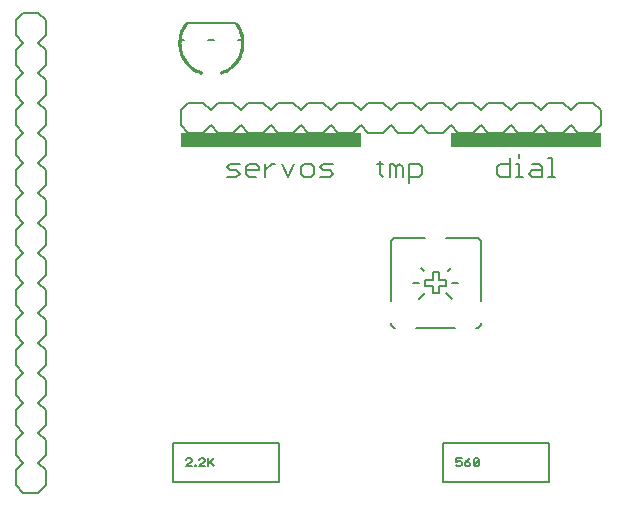
<source format=gto>
G75*
%MOIN*%
%OFA0B0*%
%FSLAX24Y24*%
%IPPOS*%
%LPD*%
%AMOC8*
5,1,8,0,0,1.08239X$1,22.5*
%
%ADD10C,0.0060*%
%ADD11R,0.6000X0.0500*%
%ADD12R,0.5000X0.0500*%
%ADD13C,0.0080*%
%ADD14C,0.0050*%
%ADD15C,0.0008*%
D10*
X013550Y007900D02*
X013550Y009850D01*
X013552Y009873D01*
X013557Y009896D01*
X013566Y009918D01*
X013579Y009938D01*
X013594Y009956D01*
X013612Y009971D01*
X013632Y009984D01*
X013654Y009993D01*
X013677Y009998D01*
X013700Y010000D01*
X014700Y010000D01*
X015400Y010000D02*
X016400Y010000D01*
X016423Y009998D01*
X016446Y009993D01*
X016468Y009984D01*
X016488Y009971D01*
X016506Y009956D01*
X016521Y009938D01*
X016534Y009918D01*
X016543Y009896D01*
X016548Y009873D01*
X016550Y009850D01*
X016550Y007900D01*
X015800Y008500D02*
X015600Y008500D01*
X015400Y008400D02*
X015150Y008400D01*
X015150Y008150D01*
X014950Y008150D01*
X014950Y008400D01*
X014700Y008400D01*
X014700Y008600D01*
X014950Y008600D01*
X014950Y008850D01*
X015150Y008850D01*
X015150Y008600D01*
X015400Y008600D01*
X015400Y008400D01*
X015400Y008150D02*
X015600Y007950D01*
X014700Y008150D02*
X014500Y007950D01*
X014500Y008500D02*
X014300Y008500D01*
X014650Y008900D02*
X014550Y009000D01*
X015450Y008900D02*
X015550Y009000D01*
X016550Y007150D02*
X016548Y007127D01*
X016543Y007104D01*
X016534Y007082D01*
X016521Y007062D01*
X016506Y007044D01*
X016488Y007029D01*
X016468Y007016D01*
X016446Y007007D01*
X016423Y007002D01*
X016400Y007000D01*
X015700Y007000D02*
X014400Y007000D01*
X013700Y007000D02*
X013677Y007002D01*
X013654Y007007D01*
X013632Y007016D01*
X013612Y007029D01*
X013594Y007044D01*
X013579Y007062D01*
X013566Y007082D01*
X013557Y007104D01*
X013552Y007127D01*
X013550Y007150D01*
X014154Y011816D02*
X014154Y012457D01*
X014475Y012457D01*
X014581Y012350D01*
X014581Y012137D01*
X014475Y012030D01*
X014154Y012030D01*
X013937Y012030D02*
X013937Y012350D01*
X013830Y012457D01*
X013723Y012350D01*
X013723Y012030D01*
X013510Y012030D02*
X013510Y012457D01*
X013616Y012457D01*
X013723Y012350D01*
X013294Y012457D02*
X013080Y012457D01*
X013187Y012564D02*
X013187Y012137D01*
X013294Y012030D01*
X011622Y012137D02*
X011516Y012244D01*
X011302Y012244D01*
X011195Y012350D01*
X011302Y012457D01*
X011622Y012457D01*
X011622Y012137D02*
X011516Y012030D01*
X011195Y012030D01*
X010978Y012137D02*
X010978Y012350D01*
X010871Y012457D01*
X010658Y012457D01*
X010551Y012350D01*
X010551Y012137D01*
X010658Y012030D01*
X010871Y012030D01*
X010978Y012137D01*
X010333Y012457D02*
X010120Y012030D01*
X009906Y012457D01*
X009689Y012457D02*
X009583Y012457D01*
X009369Y012244D01*
X009369Y012457D02*
X009369Y012030D01*
X009152Y012244D02*
X008725Y012244D01*
X008725Y012350D02*
X008725Y012137D01*
X008831Y012030D01*
X009045Y012030D01*
X009152Y012244D02*
X009152Y012350D01*
X009045Y012457D01*
X008831Y012457D01*
X008725Y012350D01*
X008507Y012457D02*
X008187Y012457D01*
X008080Y012350D01*
X008187Y012244D01*
X008400Y012244D01*
X008507Y012137D01*
X008400Y012030D01*
X008080Y012030D01*
X017080Y012137D02*
X017187Y012030D01*
X017507Y012030D01*
X017507Y012671D01*
X017507Y012457D02*
X017187Y012457D01*
X017080Y012350D01*
X017080Y012137D01*
X017725Y012030D02*
X017938Y012030D01*
X017831Y012030D02*
X017831Y012457D01*
X017725Y012457D01*
X017831Y012671D02*
X017831Y012777D01*
X018261Y012457D02*
X018475Y012457D01*
X018581Y012350D01*
X018581Y012030D01*
X018261Y012030D01*
X018154Y012137D01*
X018261Y012244D01*
X018581Y012244D01*
X018799Y012030D02*
X019012Y012030D01*
X018906Y012030D02*
X018906Y012671D01*
X018799Y012671D01*
D11*
X009550Y013250D03*
D12*
X018050Y013250D03*
D13*
X001300Y001500D02*
X001050Y001750D01*
X001050Y002250D01*
X001300Y002500D01*
X001050Y002750D01*
X001050Y003250D01*
X001300Y003500D01*
X001050Y003750D01*
X001050Y004250D01*
X001300Y004500D01*
X001050Y004750D01*
X001050Y005250D01*
X001300Y005500D01*
X001050Y005750D01*
X001050Y006250D01*
X001300Y006500D01*
X001050Y006750D01*
X001050Y007250D01*
X001300Y007500D01*
X001050Y007750D01*
X001050Y008250D01*
X001300Y008500D01*
X001050Y008750D01*
X001050Y009250D01*
X001300Y009500D01*
X001050Y009750D01*
X001050Y010250D01*
X001300Y010500D01*
X001050Y010750D01*
X001050Y011250D01*
X001300Y011500D01*
X001050Y011750D01*
X001050Y012250D01*
X001300Y012500D01*
X001050Y012750D01*
X001050Y013250D01*
X001300Y013500D01*
X001050Y013750D01*
X001050Y014250D01*
X001300Y014500D01*
X001050Y014750D01*
X001050Y015250D01*
X001300Y015500D01*
X001050Y015750D01*
X001050Y016250D01*
X001300Y016500D01*
X001050Y016750D01*
X001050Y017250D01*
X001300Y017500D01*
X001800Y017500D01*
X002050Y017250D01*
X002050Y016750D01*
X001800Y016500D01*
X002050Y016250D01*
X002050Y015750D01*
X001800Y015500D01*
X002050Y015250D01*
X002050Y014750D01*
X001800Y014500D01*
X002050Y014250D01*
X002050Y013750D01*
X001800Y013500D01*
X002050Y013250D01*
X002050Y012750D01*
X001800Y012500D01*
X002050Y012250D01*
X002050Y011750D01*
X001800Y011500D01*
X002050Y011250D01*
X002050Y010750D01*
X001800Y010500D01*
X002050Y010250D01*
X002050Y009750D01*
X001800Y009500D01*
X002050Y009250D01*
X002050Y008750D01*
X001800Y008500D01*
X002050Y008250D01*
X002050Y007750D01*
X001800Y007500D01*
X002050Y007250D01*
X002050Y006750D01*
X001800Y006500D01*
X002050Y006250D01*
X002050Y005750D01*
X001800Y005500D01*
X002050Y005250D01*
X002050Y004750D01*
X001800Y004500D01*
X002050Y004250D01*
X002050Y003750D01*
X001800Y003500D01*
X002050Y003250D01*
X002050Y002750D01*
X001800Y002500D01*
X002050Y002250D01*
X002050Y001750D01*
X001800Y001500D01*
X001300Y001500D01*
X001800Y001500D01*
X006278Y001850D02*
X009822Y001850D01*
X009822Y003150D01*
X006278Y003150D01*
X006278Y001850D01*
X015278Y001850D02*
X018822Y001850D01*
X018822Y003150D01*
X015278Y003150D01*
X015278Y001850D01*
X015300Y013500D02*
X014800Y013500D01*
X014550Y013750D01*
X014300Y013500D01*
X013800Y013500D01*
X013550Y013750D01*
X013300Y013500D01*
X012800Y013500D01*
X012550Y013750D01*
X012300Y013500D01*
X011800Y013500D01*
X011550Y013750D01*
X011300Y013500D01*
X010800Y013500D01*
X010550Y013750D01*
X010300Y013500D01*
X009800Y013500D01*
X009550Y013750D01*
X009300Y013500D01*
X008800Y013500D01*
X008550Y013750D01*
X008300Y013500D01*
X007800Y013500D01*
X007550Y013750D01*
X007300Y013500D01*
X006800Y013500D01*
X006550Y013750D01*
X006550Y014250D01*
X006800Y014500D01*
X007300Y014500D01*
X007550Y014250D01*
X007800Y014500D01*
X008300Y014500D01*
X008550Y014250D01*
X008800Y014500D01*
X009300Y014500D01*
X009550Y014250D01*
X009800Y014500D01*
X010300Y014500D01*
X010550Y014250D01*
X010800Y014500D01*
X011300Y014500D01*
X011550Y014250D01*
X011800Y014500D01*
X012300Y014500D01*
X012550Y014250D01*
X012800Y014500D01*
X013300Y014500D01*
X013550Y014250D01*
X013800Y014500D01*
X014300Y014500D01*
X014550Y014250D01*
X014800Y014500D01*
X015300Y014500D01*
X015550Y014250D01*
X015800Y014500D01*
X016300Y014500D01*
X016550Y014250D01*
X016800Y014500D01*
X017300Y014500D01*
X017550Y014250D01*
X017800Y014500D01*
X018300Y014500D01*
X018550Y014250D01*
X018800Y014500D01*
X019300Y014500D01*
X019550Y014250D01*
X019800Y014500D01*
X020300Y014500D01*
X020550Y014250D01*
X020550Y013750D01*
X020300Y013500D01*
X019800Y013500D01*
X019550Y013750D01*
X019300Y013500D01*
X018800Y013500D01*
X018550Y013750D01*
X018300Y013500D01*
X017800Y013500D01*
X017550Y013750D01*
X017300Y013500D01*
X016800Y013500D01*
X016550Y013750D01*
X016300Y013500D01*
X015800Y013500D01*
X015550Y013750D01*
X015300Y013500D01*
X008595Y016600D02*
X008437Y016600D01*
X008375Y017150D02*
X006725Y017150D01*
X006663Y016600D02*
X006505Y016600D01*
X007437Y016600D02*
X007663Y016600D01*
X001800Y017500D02*
X001300Y017500D01*
D14*
X006770Y002645D02*
X006725Y002600D01*
X006770Y002645D02*
X006860Y002645D01*
X006905Y002600D01*
X006905Y002555D01*
X006725Y002375D01*
X006905Y002375D01*
X007020Y002375D02*
X007065Y002375D01*
X007065Y002420D01*
X007020Y002420D01*
X007020Y002375D01*
X007167Y002375D02*
X007347Y002555D01*
X007347Y002600D01*
X007302Y002645D01*
X007212Y002645D01*
X007167Y002600D01*
X007167Y002375D02*
X007347Y002375D01*
X007462Y002375D02*
X007462Y002645D01*
X007507Y002510D02*
X007642Y002375D01*
X007462Y002465D02*
X007642Y002645D01*
X015725Y002645D02*
X015725Y002510D01*
X015815Y002555D01*
X015860Y002555D01*
X015905Y002510D01*
X015905Y002420D01*
X015860Y002375D01*
X015770Y002375D01*
X015725Y002420D01*
X015725Y002645D02*
X015905Y002645D01*
X016020Y002510D02*
X016155Y002510D01*
X016200Y002465D01*
X016200Y002420D01*
X016155Y002375D01*
X016065Y002375D01*
X016020Y002420D01*
X016020Y002510D01*
X016110Y002600D01*
X016200Y002645D01*
X016314Y002600D02*
X016359Y002645D01*
X016449Y002645D01*
X016494Y002600D01*
X016314Y002420D01*
X016359Y002375D01*
X016449Y002375D01*
X016494Y002420D01*
X016494Y002600D01*
X016314Y002600D02*
X016314Y002420D01*
D15*
X007873Y015464D02*
X007852Y015533D01*
X007853Y015532D02*
X007911Y015552D01*
X007967Y015576D01*
X008022Y015603D01*
X008075Y015633D01*
X008127Y015666D01*
X008176Y015702D01*
X008223Y015741D01*
X008267Y015783D01*
X008309Y015828D01*
X008348Y015875D01*
X008385Y015924D01*
X008418Y015976D01*
X008448Y016029D01*
X008475Y016084D01*
X008498Y016141D01*
X008518Y016198D01*
X008535Y016257D01*
X008547Y016317D01*
X008557Y016378D01*
X008562Y016439D01*
X008564Y016500D01*
X008562Y016561D01*
X008557Y016622D01*
X008547Y016682D01*
X008535Y016742D01*
X008518Y016801D01*
X008498Y016859D01*
X008475Y016915D01*
X008448Y016971D01*
X008418Y017024D01*
X008385Y017075D01*
X008349Y017125D01*
X008405Y017169D01*
X008444Y017116D01*
X008480Y017061D01*
X008512Y017004D01*
X008541Y016945D01*
X008566Y016885D01*
X008587Y016823D01*
X008605Y016759D01*
X008618Y016695D01*
X008628Y016631D01*
X008634Y016565D01*
X008636Y016500D01*
X008634Y016434D01*
X008628Y016369D01*
X008618Y016304D01*
X008604Y016240D01*
X008587Y016177D01*
X008565Y016115D01*
X008540Y016054D01*
X008512Y015996D01*
X008480Y015938D01*
X008444Y015883D01*
X008405Y015831D01*
X008363Y015780D01*
X008318Y015732D01*
X008271Y015687D01*
X008220Y015646D01*
X008167Y015607D01*
X008112Y015571D01*
X008055Y015539D01*
X007996Y015510D01*
X007936Y015485D01*
X007874Y015463D01*
X007872Y015470D01*
X007933Y015491D01*
X007994Y015516D01*
X008052Y015545D01*
X008109Y015577D01*
X008164Y015612D01*
X008216Y015651D01*
X008266Y015693D01*
X008313Y015737D01*
X008358Y015785D01*
X008400Y015835D01*
X008438Y015887D01*
X008474Y015942D01*
X008506Y015999D01*
X008534Y016057D01*
X008559Y016118D01*
X008580Y016179D01*
X008598Y016242D01*
X008611Y016305D01*
X008621Y016370D01*
X008627Y016435D01*
X008629Y016500D01*
X008627Y016565D01*
X008621Y016630D01*
X008611Y016694D01*
X008598Y016758D01*
X008580Y016821D01*
X008559Y016882D01*
X008534Y016942D01*
X008506Y017001D01*
X008474Y017058D01*
X008438Y017112D01*
X008400Y017165D01*
X008394Y017160D01*
X008433Y017108D01*
X008468Y017054D01*
X008500Y016998D01*
X008528Y016939D01*
X008553Y016880D01*
X008574Y016818D01*
X008591Y016756D01*
X008605Y016693D01*
X008614Y016629D01*
X008620Y016564D01*
X008622Y016500D01*
X008620Y016435D01*
X008614Y016371D01*
X008604Y016307D01*
X008591Y016243D01*
X008573Y016181D01*
X008552Y016120D01*
X008528Y016060D01*
X008499Y016002D01*
X008468Y015946D01*
X008432Y015891D01*
X008394Y015839D01*
X008353Y015789D01*
X008308Y015742D01*
X008261Y015698D01*
X008212Y015657D01*
X008160Y015618D01*
X008105Y015583D01*
X008049Y015551D01*
X007991Y015523D01*
X007931Y015498D01*
X007870Y015477D01*
X007868Y015484D01*
X007929Y015505D01*
X007988Y015529D01*
X008046Y015557D01*
X008102Y015589D01*
X008156Y015624D01*
X008207Y015662D01*
X008257Y015703D01*
X008303Y015747D01*
X008347Y015794D01*
X008389Y015844D01*
X008427Y015895D01*
X008462Y015949D01*
X008493Y016005D01*
X008521Y016063D01*
X008546Y016122D01*
X008567Y016183D01*
X008584Y016245D01*
X008598Y016308D01*
X008607Y016372D01*
X008613Y016436D01*
X008615Y016500D01*
X008613Y016564D01*
X008607Y016628D01*
X008598Y016692D01*
X008584Y016754D01*
X008567Y016816D01*
X008546Y016877D01*
X008521Y016937D01*
X008493Y016994D01*
X008462Y017050D01*
X008427Y017104D01*
X008389Y017156D01*
X008383Y017152D01*
X008421Y017100D01*
X008456Y017047D01*
X008487Y016991D01*
X008515Y016934D01*
X008539Y016875D01*
X008560Y016814D01*
X008577Y016753D01*
X008591Y016690D01*
X008600Y016627D01*
X008606Y016564D01*
X008608Y016500D01*
X008606Y016436D01*
X008600Y016372D01*
X008591Y016309D01*
X008577Y016247D01*
X008560Y016185D01*
X008539Y016125D01*
X008515Y016066D01*
X008487Y016009D01*
X008456Y015953D01*
X008421Y015899D01*
X008383Y015848D01*
X008342Y015799D01*
X008299Y015752D01*
X008252Y015708D01*
X008203Y015668D01*
X008152Y015630D01*
X008098Y015595D01*
X008042Y015564D01*
X007985Y015536D01*
X007926Y015511D01*
X007866Y015490D01*
X007864Y015497D01*
X007924Y015518D01*
X007982Y015542D01*
X008039Y015570D01*
X008094Y015601D01*
X008148Y015635D01*
X008199Y015673D01*
X008247Y015714D01*
X008294Y015757D01*
X008337Y015803D01*
X008378Y015852D01*
X008415Y015903D01*
X008450Y015957D01*
X008481Y016012D01*
X008508Y016069D01*
X008533Y016127D01*
X008553Y016187D01*
X008570Y016248D01*
X008584Y016311D01*
X008593Y016373D01*
X008599Y016436D01*
X008601Y016500D01*
X008599Y016563D01*
X008593Y016626D01*
X008584Y016689D01*
X008571Y016751D01*
X008554Y016812D01*
X008533Y016872D01*
X008509Y016931D01*
X008481Y016988D01*
X008450Y017043D01*
X008415Y017096D01*
X008378Y017147D01*
X008372Y017143D01*
X008410Y017092D01*
X008444Y017039D01*
X008475Y016985D01*
X008502Y016928D01*
X008526Y016870D01*
X008547Y016810D01*
X008564Y016749D01*
X008577Y016688D01*
X008586Y016625D01*
X008592Y016563D01*
X008594Y016500D01*
X008592Y016437D01*
X008586Y016374D01*
X008577Y016312D01*
X008564Y016250D01*
X008547Y016189D01*
X008526Y016130D01*
X008502Y016072D01*
X008475Y016015D01*
X008444Y015960D01*
X008409Y015907D01*
X008372Y015856D01*
X008332Y015808D01*
X008289Y015762D01*
X008243Y015719D01*
X008194Y015679D01*
X008144Y015641D01*
X008091Y015607D01*
X008036Y015576D01*
X007979Y015548D01*
X007921Y015524D01*
X007862Y015504D01*
X007860Y015510D01*
X007919Y015531D01*
X007976Y015555D01*
X008033Y015582D01*
X008087Y015613D01*
X008140Y015647D01*
X008190Y015684D01*
X008238Y015724D01*
X008284Y015767D01*
X008327Y015813D01*
X008367Y015861D01*
X008404Y015911D01*
X008438Y015964D01*
X008468Y016018D01*
X008496Y016075D01*
X008520Y016132D01*
X008540Y016192D01*
X008557Y016252D01*
X008570Y016313D01*
X008579Y016375D01*
X008585Y016437D01*
X008587Y016500D01*
X008585Y016562D01*
X008579Y016625D01*
X008570Y016686D01*
X008557Y016748D01*
X008540Y016808D01*
X008520Y016867D01*
X008496Y016925D01*
X008469Y016981D01*
X008438Y017036D01*
X008404Y017088D01*
X008367Y017139D01*
X008361Y017134D01*
X008398Y017084D01*
X008432Y017032D01*
X008462Y016978D01*
X008490Y016922D01*
X008513Y016865D01*
X008534Y016806D01*
X008550Y016746D01*
X008563Y016685D01*
X008573Y016624D01*
X008578Y016562D01*
X008580Y016500D01*
X008578Y016438D01*
X008572Y016376D01*
X008563Y016314D01*
X008550Y016254D01*
X008533Y016194D01*
X008513Y016135D01*
X008489Y016077D01*
X008462Y016022D01*
X008432Y015967D01*
X008398Y015915D01*
X008361Y015865D01*
X008321Y015817D01*
X008279Y015772D01*
X008234Y015729D01*
X008186Y015690D01*
X008136Y015653D01*
X008084Y015619D01*
X008029Y015588D01*
X007974Y015561D01*
X007916Y015537D01*
X007857Y015517D01*
X007855Y015524D01*
X007914Y015544D01*
X007971Y015568D01*
X008026Y015595D01*
X008080Y015625D01*
X008132Y015659D01*
X008181Y015695D01*
X008229Y015735D01*
X008274Y015777D01*
X008316Y015822D01*
X008356Y015869D01*
X008392Y015919D01*
X008426Y015971D01*
X008456Y016025D01*
X008483Y016080D01*
X008507Y016137D01*
X008527Y016196D01*
X008543Y016255D01*
X008556Y016316D01*
X008566Y016377D01*
X008571Y016438D01*
X008573Y016500D01*
X008571Y016561D01*
X008566Y016623D01*
X008556Y016684D01*
X008543Y016744D01*
X008527Y016804D01*
X008507Y016862D01*
X008483Y016919D01*
X008456Y016975D01*
X008426Y017029D01*
X008392Y017080D01*
X008356Y017130D01*
X008350Y017126D01*
X008387Y017076D01*
X008420Y017025D01*
X008450Y016971D01*
X008477Y016916D01*
X008500Y016860D01*
X008520Y016802D01*
X008537Y016743D01*
X008549Y016683D01*
X008559Y016622D01*
X008564Y016561D01*
X008566Y016500D01*
X008564Y016438D01*
X008559Y016377D01*
X008549Y016317D01*
X008536Y016257D01*
X008520Y016198D01*
X008500Y016140D01*
X008477Y016083D01*
X008450Y016028D01*
X008420Y015975D01*
X008386Y015923D01*
X008350Y015874D01*
X008311Y015827D01*
X008269Y015782D01*
X008224Y015740D01*
X008177Y015701D01*
X008128Y015664D01*
X008076Y015631D01*
X008023Y015601D01*
X007968Y015574D01*
X007911Y015550D01*
X007853Y015530D01*
X006695Y017169D02*
X006752Y017124D01*
X006751Y017125D02*
X006715Y017075D01*
X006682Y017024D01*
X006652Y016971D01*
X006625Y016915D01*
X006602Y016859D01*
X006582Y016801D01*
X006565Y016742D01*
X006553Y016682D01*
X006543Y016622D01*
X006538Y016561D01*
X006536Y016500D01*
X006538Y016439D01*
X006543Y016378D01*
X006553Y016317D01*
X006565Y016257D01*
X006582Y016198D01*
X006602Y016141D01*
X006625Y016084D01*
X006652Y016029D01*
X006682Y015976D01*
X006715Y015924D01*
X006751Y015875D01*
X006791Y015828D01*
X006833Y015783D01*
X006877Y015741D01*
X006924Y015702D01*
X006973Y015666D01*
X007025Y015633D01*
X007078Y015603D01*
X007133Y015576D01*
X007189Y015552D01*
X007247Y015532D01*
X007226Y015464D01*
X007226Y015463D01*
X007164Y015485D01*
X007104Y015510D01*
X007045Y015539D01*
X006988Y015571D01*
X006933Y015607D01*
X006880Y015646D01*
X006829Y015688D01*
X006782Y015732D01*
X006737Y015780D01*
X006695Y015831D01*
X006656Y015883D01*
X006620Y015938D01*
X006588Y015996D01*
X006560Y016054D01*
X006535Y016115D01*
X006513Y016177D01*
X006496Y016240D01*
X006482Y016304D01*
X006472Y016369D01*
X006466Y016434D01*
X006464Y016500D01*
X006466Y016565D01*
X006472Y016631D01*
X006482Y016695D01*
X006495Y016760D01*
X006513Y016823D01*
X006534Y016885D01*
X006559Y016945D01*
X006588Y017004D01*
X006620Y017061D01*
X006656Y017116D01*
X006695Y017169D01*
X006700Y017165D01*
X006662Y017112D01*
X006626Y017058D01*
X006594Y017001D01*
X006566Y016942D01*
X006541Y016882D01*
X006520Y016821D01*
X006502Y016758D01*
X006489Y016694D01*
X006479Y016630D01*
X006473Y016565D01*
X006471Y016500D01*
X006473Y016435D01*
X006479Y016370D01*
X006489Y016305D01*
X006502Y016242D01*
X006520Y016179D01*
X006541Y016118D01*
X006566Y016057D01*
X006594Y015999D01*
X006626Y015942D01*
X006662Y015887D01*
X006700Y015835D01*
X006742Y015785D01*
X006787Y015737D01*
X006834Y015693D01*
X006884Y015651D01*
X006936Y015612D01*
X006991Y015577D01*
X007048Y015545D01*
X007106Y015516D01*
X007167Y015491D01*
X007228Y015470D01*
X007230Y015477D01*
X007169Y015498D01*
X007109Y015523D01*
X007051Y015551D01*
X006995Y015583D01*
X006940Y015618D01*
X006888Y015657D01*
X006839Y015698D01*
X006792Y015742D01*
X006747Y015789D01*
X006706Y015839D01*
X006668Y015891D01*
X006632Y015946D01*
X006601Y016002D01*
X006572Y016060D01*
X006548Y016120D01*
X006527Y016181D01*
X006509Y016243D01*
X006496Y016307D01*
X006486Y016371D01*
X006480Y016435D01*
X006478Y016500D01*
X006480Y016564D01*
X006486Y016629D01*
X006495Y016693D01*
X006509Y016756D01*
X006526Y016818D01*
X006547Y016880D01*
X006572Y016939D01*
X006600Y016998D01*
X006632Y017054D01*
X006667Y017108D01*
X006706Y017160D01*
X006711Y017156D01*
X006673Y017104D01*
X006638Y017050D01*
X006607Y016994D01*
X006579Y016937D01*
X006554Y016877D01*
X006533Y016816D01*
X006516Y016754D01*
X006502Y016692D01*
X006493Y016628D01*
X006487Y016564D01*
X006485Y016500D01*
X006487Y016436D01*
X006493Y016372D01*
X006502Y016308D01*
X006516Y016245D01*
X006533Y016183D01*
X006554Y016122D01*
X006579Y016063D01*
X006607Y016005D01*
X006638Y015949D01*
X006673Y015895D01*
X006711Y015844D01*
X006753Y015794D01*
X006797Y015747D01*
X006843Y015703D01*
X006893Y015662D01*
X006944Y015624D01*
X006998Y015589D01*
X007054Y015557D01*
X007112Y015529D01*
X007171Y015505D01*
X007232Y015484D01*
X007234Y015490D01*
X007174Y015511D01*
X007115Y015536D01*
X007058Y015564D01*
X007002Y015595D01*
X006948Y015630D01*
X006897Y015668D01*
X006848Y015708D01*
X006801Y015752D01*
X006758Y015799D01*
X006717Y015848D01*
X006679Y015899D01*
X006644Y015953D01*
X006613Y016009D01*
X006585Y016066D01*
X006561Y016125D01*
X006540Y016185D01*
X006523Y016247D01*
X006509Y016309D01*
X006500Y016372D01*
X006494Y016436D01*
X006492Y016500D01*
X006494Y016564D01*
X006500Y016627D01*
X006509Y016690D01*
X006523Y016753D01*
X006540Y016814D01*
X006561Y016875D01*
X006585Y016934D01*
X006613Y016991D01*
X006644Y017047D01*
X006679Y017100D01*
X006717Y017152D01*
X006722Y017147D01*
X006685Y017096D01*
X006650Y017043D01*
X006619Y016988D01*
X006591Y016931D01*
X006567Y016872D01*
X006546Y016812D01*
X006529Y016751D01*
X006516Y016689D01*
X006507Y016626D01*
X006501Y016563D01*
X006499Y016500D01*
X006501Y016436D01*
X006507Y016373D01*
X006516Y016311D01*
X006530Y016249D01*
X006547Y016187D01*
X006567Y016127D01*
X006592Y016069D01*
X006619Y016012D01*
X006650Y015957D01*
X006685Y015903D01*
X006722Y015852D01*
X006763Y015803D01*
X006806Y015757D01*
X006853Y015714D01*
X006901Y015673D01*
X006952Y015635D01*
X007006Y015601D01*
X007061Y015570D01*
X007118Y015542D01*
X007176Y015518D01*
X007236Y015497D01*
X007238Y015504D01*
X007179Y015524D01*
X007121Y015548D01*
X007064Y015576D01*
X007009Y015607D01*
X006956Y015641D01*
X006906Y015679D01*
X006857Y015719D01*
X006811Y015762D01*
X006768Y015808D01*
X006728Y015857D01*
X006691Y015907D01*
X006656Y015960D01*
X006625Y016015D01*
X006598Y016072D01*
X006574Y016130D01*
X006553Y016189D01*
X006536Y016250D01*
X006523Y016312D01*
X006514Y016374D01*
X006508Y016437D01*
X006506Y016500D01*
X006508Y016563D01*
X006514Y016625D01*
X006523Y016688D01*
X006536Y016749D01*
X006553Y016810D01*
X006574Y016870D01*
X006598Y016928D01*
X006625Y016985D01*
X006656Y017039D01*
X006690Y017092D01*
X006728Y017143D01*
X006733Y017139D01*
X006696Y017088D01*
X006662Y017036D01*
X006631Y016981D01*
X006604Y016925D01*
X006580Y016867D01*
X006560Y016808D01*
X006543Y016748D01*
X006530Y016687D01*
X006521Y016625D01*
X006515Y016562D01*
X006513Y016500D01*
X006515Y016437D01*
X006521Y016375D01*
X006530Y016313D01*
X006543Y016252D01*
X006560Y016192D01*
X006580Y016132D01*
X006604Y016075D01*
X006632Y016018D01*
X006662Y015964D01*
X006696Y015911D01*
X006733Y015861D01*
X006773Y015813D01*
X006816Y015767D01*
X006862Y015724D01*
X006910Y015684D01*
X006960Y015647D01*
X007013Y015613D01*
X007067Y015582D01*
X007124Y015555D01*
X007181Y015531D01*
X007240Y015510D01*
X007243Y015517D01*
X007184Y015537D01*
X007126Y015561D01*
X007071Y015588D01*
X007016Y015619D01*
X006964Y015653D01*
X006914Y015690D01*
X006866Y015729D01*
X006821Y015772D01*
X006779Y015817D01*
X006739Y015865D01*
X006702Y015915D01*
X006668Y015967D01*
X006638Y016022D01*
X006611Y016077D01*
X006587Y016135D01*
X006567Y016194D01*
X006550Y016254D01*
X006537Y016314D01*
X006528Y016376D01*
X006522Y016438D01*
X006520Y016500D01*
X006522Y016562D01*
X006527Y016624D01*
X006537Y016685D01*
X006550Y016746D01*
X006566Y016806D01*
X006587Y016865D01*
X006610Y016922D01*
X006638Y016978D01*
X006668Y017032D01*
X006702Y017084D01*
X006739Y017134D01*
X006744Y017130D01*
X006708Y017080D01*
X006674Y017029D01*
X006644Y016975D01*
X006617Y016919D01*
X006593Y016862D01*
X006573Y016804D01*
X006557Y016744D01*
X006544Y016684D01*
X006534Y016623D01*
X006529Y016561D01*
X006527Y016500D01*
X006529Y016438D01*
X006534Y016377D01*
X006544Y016316D01*
X006557Y016255D01*
X006573Y016196D01*
X006593Y016137D01*
X006617Y016080D01*
X006644Y016025D01*
X006674Y015971D01*
X006708Y015919D01*
X006744Y015869D01*
X006784Y015822D01*
X006826Y015777D01*
X006871Y015735D01*
X006919Y015695D01*
X006968Y015659D01*
X007020Y015625D01*
X007074Y015595D01*
X007129Y015568D01*
X007186Y015544D01*
X007245Y015524D01*
X007247Y015530D01*
X007189Y015550D01*
X007132Y015574D01*
X007077Y015601D01*
X007024Y015631D01*
X006972Y015664D01*
X006923Y015701D01*
X006876Y015740D01*
X006831Y015782D01*
X006789Y015827D01*
X006750Y015874D01*
X006714Y015923D01*
X006680Y015975D01*
X006650Y016028D01*
X006623Y016083D01*
X006600Y016140D01*
X006580Y016198D01*
X006564Y016257D01*
X006551Y016317D01*
X006541Y016377D01*
X006536Y016438D01*
X006534Y016500D01*
X006536Y016561D01*
X006541Y016622D01*
X006551Y016683D01*
X006563Y016743D01*
X006580Y016802D01*
X006600Y016860D01*
X006623Y016916D01*
X006650Y016971D01*
X006680Y017025D01*
X006713Y017076D01*
X006750Y017126D01*
M02*

</source>
